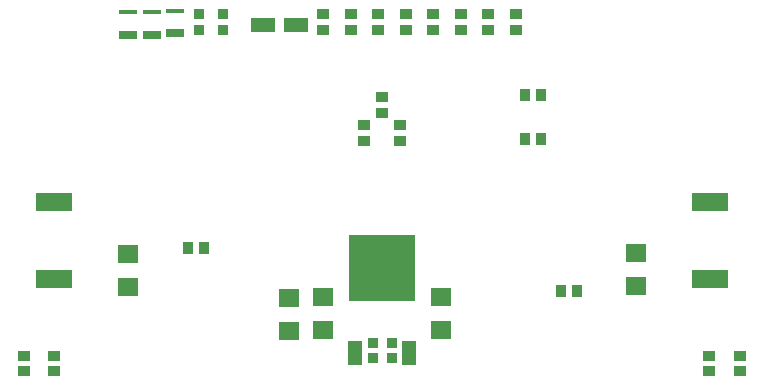
<source format=gbp>
G04 Layer_Color=128*
%FSLAX44Y44*%
%MOMM*%
G71*
G01*
G75*
%ADD15R,0.9000X1.0000*%
%ADD16R,1.0000X0.9000*%
%ADD20R,0.9500X0.8500*%
%ADD26R,2.0000X1.2000*%
%ADD47R,3.1000X1.6000*%
%ADD48R,1.2000X2.0000*%
%ADD49R,5.6000X5.6000*%
%ADD50R,1.8000X1.5000*%
%ADD51R,1.5000X0.3000*%
%ADD52R,1.5000X0.8000*%
D15*
X465500Y283500D02*
D03*
X452000D02*
D03*
X465500Y246500D02*
D03*
X452000D02*
D03*
X180000Y153500D02*
D03*
X166500D02*
D03*
X482250Y117000D02*
D03*
X495750D02*
D03*
D16*
X634000Y62750D02*
D03*
Y49250D02*
D03*
X608000Y62750D02*
D03*
Y49250D02*
D03*
X53000Y62750D02*
D03*
Y49250D02*
D03*
X28000Y62750D02*
D03*
Y49250D02*
D03*
X346000Y257750D02*
D03*
Y244250D02*
D03*
X316000Y257750D02*
D03*
Y244250D02*
D03*
X331000Y267750D02*
D03*
Y281250D02*
D03*
X281000Y338250D02*
D03*
Y351750D02*
D03*
X304357Y338250D02*
D03*
Y351750D02*
D03*
X327714Y338250D02*
D03*
Y351750D02*
D03*
X351071Y338250D02*
D03*
Y351750D02*
D03*
X374428Y338250D02*
D03*
Y351750D02*
D03*
X397786Y338250D02*
D03*
Y351750D02*
D03*
X421143Y338250D02*
D03*
Y351750D02*
D03*
X444500Y338250D02*
D03*
Y351750D02*
D03*
D20*
X323250Y73500D02*
D03*
Y60500D02*
D03*
X339250Y73500D02*
D03*
Y60500D02*
D03*
X196000Y338500D02*
D03*
Y351500D02*
D03*
X176000Y338500D02*
D03*
Y351500D02*
D03*
D26*
X230000Y343000D02*
D03*
X258000D02*
D03*
D47*
X53000Y192500D02*
D03*
Y127500D02*
D03*
X609000Y192500D02*
D03*
Y127500D02*
D03*
D48*
X308500Y65000D02*
D03*
X353500D02*
D03*
D49*
X331000Y137000D02*
D03*
D50*
X381000Y112000D02*
D03*
Y84000D02*
D03*
X281000Y112000D02*
D03*
Y84000D02*
D03*
X546125Y149375D02*
D03*
Y121375D02*
D03*
X115875Y120625D02*
D03*
Y148625D02*
D03*
X252500Y111750D02*
D03*
Y83750D02*
D03*
D51*
X136000Y353500D02*
D03*
X116000D02*
D03*
X156000Y354500D02*
D03*
D52*
X136000Y334500D02*
D03*
X116000D02*
D03*
X156000Y335500D02*
D03*
M02*

</source>
